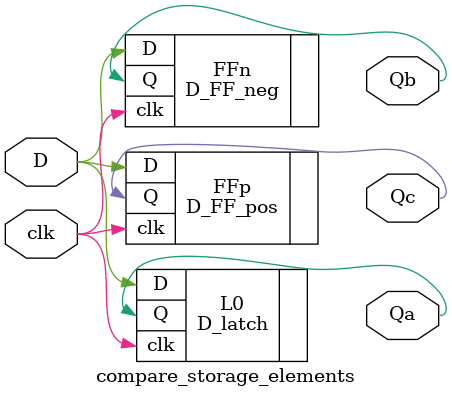
<source format=v>
`timescale 1ns / 1ps


module compare_storage_elements(// Will instantiate the storage elements and then use a TB to test them at once
    input clk, D,
    output Qa, Qb, Qc
    );
    
    D_latch L0 (
        .D(D), .Q(Qa), .clk(clk)
    );
    
    D_FF_neg FFn (
        .D(D), .Q(Qb), .clk(clk)
    );
    
    D_FF_pos FFp (
        .D(D), .Q(Qc), .clk(clk)
    );
    
endmodule

</source>
